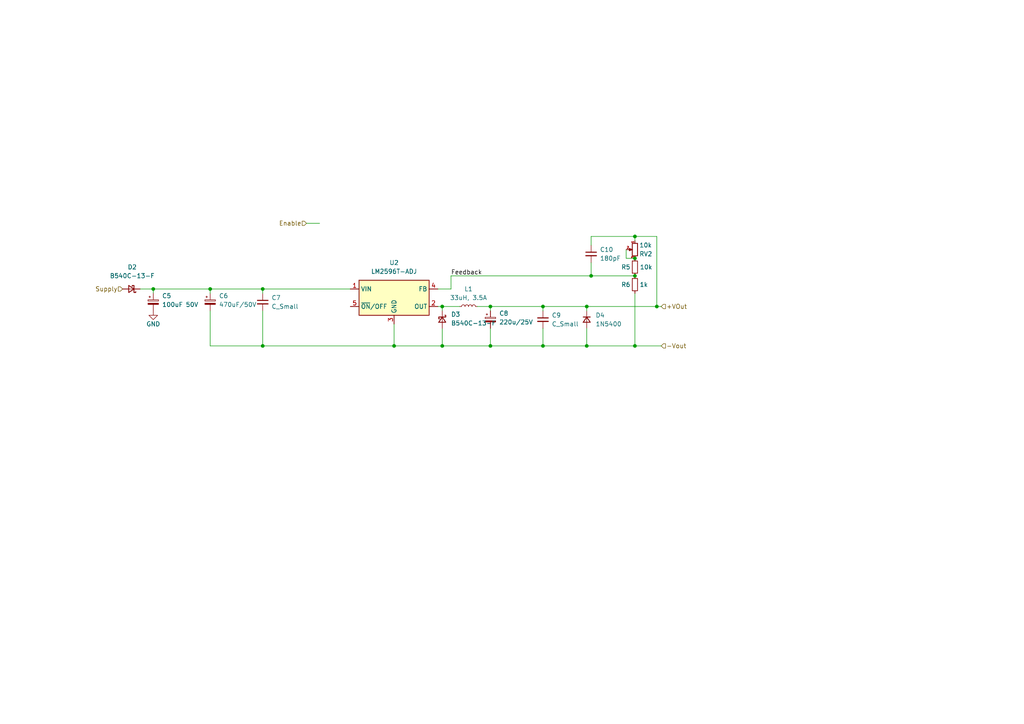
<source format=kicad_sch>
(kicad_sch (version 20211123) (generator eeschema)
  (paper "A4")
  (lib_symbols
    (symbol "Device:C_Polarized_Small" (pin_numbers hide) (pin_names (offset 0.254) hide)
      (property "Reference" "C" (at 0.254 1.778 0))
      (property "Value" "C_Polarized_Small" (at 0.254 -2.032 0))
      (symbol "C_Polarized_Small_0_1"
        (rectangle (start -1.524 -0.3048) (end 1.524 -0.6858) (fill (type outline)))
        (rectangle (start -1.524 0.6858) (end 1.524 0.3048))
        (polyline (pts (xy -1.27 1.524) (xy -0.762 1.524)))
        (polyline (pts (xy -1.016 1.27) (xy -1.016 1.778)))
      )
      (symbol "C_Polarized_Small_1_1"
        (pin passive line (at 0 2.54 270) (length 1.8542) (name "~") (number "1"))
        (pin passive line (at 0 -2.54 90) (length 1.8542) (name "~") (number "2"))
      )
    )
    (symbol "Device:C_Small" (pin_numbers hide) (pin_names (offset 0.254) hide)
      (property "Reference" "C" (at 0.254 1.778 0))
      (property "Value" "C_Small" (at 0.254 -2.032 0))
      (symbol "C_Small_0_1"
        (polyline (pts (xy -1.524 -0.508) (xy 1.524 -0.508)) (stroke (width 0.3302)))
        (polyline (pts (xy -1.524 0.508) (xy 1.524 0.508)) (stroke (width 0.3048)))
      )
      (symbol "C_Small_1_1"
        (pin passive line (at 0 2.54 270) (length 2.032) (name "~") (number "1"))
        (pin passive line (at 0 -2.54 90) (length 2.032) (name "~") (number "2"))
      )
    )
    (symbol "Device:D_Schottky_Small" (pin_numbers hide) (pin_names (offset 0.254) hide)
      (property "Reference" "D" (at -1.27 2.032 0))
      (property "Value" "D_Schottky_Small" (at -7.112 -2.032 0))
      (symbol "D_Schottky_Small_0_1"
        (polyline (pts (xy -0.762 0) (xy 0.762 0)))
        (polyline (pts (xy 0.762 -1.016) (xy -0.762 0) (xy 0.762 1.016) (xy 0.762 -1.016)) (stroke (width 0.254)))
        (polyline (pts (xy -1.27 0.762) (xy -1.27 1.016) (xy -0.762 1.016) (xy -0.762 -1.016) (xy -0.254 -1.016) (xy -0.254 -0.762)) (stroke (width 0.254)))
      )
      (symbol "D_Schottky_Small_1_1"
        (pin passive line (at -2.54 0 0) (length 1.778) (name "K") (number "1"))
        (pin passive line (at 2.54 0 180) (length 1.778) (name "A") (number "2"))
      )
    )
    (symbol "Device:D_Small" (pin_numbers hide) (pin_names (offset 0.254) hide)
      (property "Reference" "D" (at -1.27 2.032 0))
      (property "Value" "D_Small" (at -3.81 -2.032 0))
      (symbol "D_Small_0_1"
        (polyline (pts (xy -0.762 -1.016) (xy -0.762 1.016)) (stroke (width 0.254)))
        (polyline (pts (xy -0.762 0) (xy 0.762 0)))
        (polyline (pts (xy 0.762 -1.016) (xy -0.762 0) (xy 0.762 1.016) (xy 0.762 -1.016)) (stroke (width 0.254)))
      )
      (symbol "D_Small_1_1"
        (pin passive line (at -2.54 0 0) (length 1.778) (name "K") (number "1"))
        (pin passive line (at 2.54 0 180) (length 1.778) (name "A") (number "2"))
      )
    )
    (symbol "Device:L_Small" (pin_numbers hide) (pin_names (offset 0.254) hide)
      (property "Reference" "L" (at 0.762 1.016 0))
      (property "Value" "L_Small" (at 0.762 -1.016 0))
      (symbol "L_Small_0_1"
        (arc (start 0 -2.032) (mid 0.508 -1.524) (end 0 -1.016))
        (arc (start 0 -1.016) (mid 0.508 -0.508) (end 0 0))
        (arc (start 0 0) (mid 0.508 0.508) (end 0 1.016))
        (arc (start 0 1.016) (mid 0.508 1.524) (end 0 2.032))
      )
      (symbol "L_Small_1_1"
        (pin passive line (at 0 2.54 270) (length 0.508) (name "~") (number "1"))
        (pin passive line (at 0 -2.54 90) (length 0.508) (name "~") (number "2"))
      )
    )
    (symbol "Device:R_Potentiometer_Small" (pin_names (offset 1.016) hide)
      (property "Reference" "RV" (at -4.445 0 90))
      (property "Value" "R_Potentiometer_Small" (at -2.54 0 90))
      (symbol "R_Potentiometer_Small_0_1"
        (polyline (pts (xy 0.889 0) (xy 0.635 0) (xy 1.651 0.381) (xy 1.651 -0.381) (xy 0.635 0) (xy 0.889 0)) (fill (type outline)))
        (rectangle (start 0.762 1.8034) (end -0.762 -1.8034) (stroke (width 0.254)))
      )
      (symbol "R_Potentiometer_Small_1_1"
        (pin passive line (at 0 2.54 270) (length 0.635) (name "1") (number "1"))
        (pin passive line (at 2.54 0 180) (length 0.9906) (name "2") (number "2"))
        (pin passive line (at 0 -2.54 90) (length 0.635) (name "3") (number "3"))
      )
    )
    (symbol "Device:R_Small" (pin_numbers hide) (pin_names (offset 0.254) hide)
      (property "Reference" "R" (at 0.762 0.508 0))
      (property "Value" "R_Small" (at 0.762 -1.016 0))
      (symbol "R_Small_0_1"
        (rectangle (start -0.762 1.778) (end 0.762 -1.778) (stroke (width 0.2032)))
      )
      (symbol "R_Small_1_1"
        (pin passive line (at 0 2.54 270) (length 0.762) (name "~") (number "1"))
        (pin passive line (at 0 -2.54 90) (length 0.762) (name "~") (number "2"))
      )
    )
    (symbol "Regulator_Switching:LM2596T-ADJ"
      (property "Reference" "U" (at -10.16 6.35 0))
      (property "Value" "LM2596T-ADJ" (at 0 6.35 0))
      (symbol "LM2596T-ADJ_0_1"
        (rectangle (start -10.16 5.08) (end 10.16 -5.08) (stroke (width 0.254)) (fill (type background)))
      )
      (symbol "LM2596T-ADJ_1_1"
        (pin power_in line (at -12.7 2.54 0) (length 2.54) (name "VIN") (number "1"))
        (pin output line (at 12.7 -2.54 180) (length 2.54) (name "OUT") (number "2"))
        (pin power_in line (at 0 -7.62 90) (length 2.54) (name "GND") (number "3"))
        (pin input line (at 12.7 2.54 180) (length 2.54) (name "FB") (number "4"))
        (pin input line (at -12.7 -2.54 0) (length 2.54) (name "~{ON}/OFF") (number "5"))
      )
    )
    (symbol "power:GND" (power) (pin_names (offset 0))
      (property "Value" "GND" (at 0 -3.81 0))
      (symbol "GND_0_1"
        (polyline (pts (xy 0 0) (xy 0 -1.27) (xy 1.27 -1.27) (xy 0 -2.54) (xy -1.27 -1.27) (xy 0 -1.27)))
      )
      (symbol "GND_1_1"
        (pin power_in line (at 0 0 270) (length 0) hide (name "GND") (number "1"))
      )
    )
  )
  (junction (at 128.27 88.9))
  (junction (at 184.15 80.01))
  (junction (at 157.48 100.33))
  (junction (at 76.2 100.33))
  (junction (at 184.15 100.33))
  (junction (at 171.45 80.01))
  (junction (at 157.48 88.9))
  (junction (at 184.15 68.58))
  (junction (at 170.18 88.9))
  (junction (at 142.24 100.33))
  (junction (at 76.2 83.82))
  (junction (at 190.5 88.9))
  (junction (at 184.15 74.93))
  (junction (at 44.45 83.82))
  (junction (at 128.27 100.33))
  (junction (at 114.3 100.33))
  (junction (at 60.96 83.82))
  (junction (at 142.24 88.9))
  (junction (at 170.18 100.33))
  (wire (pts (xy 128.27 100.33) (xy 142.24 100.33)))
  (wire (pts (xy 60.96 100.33) (xy 76.2 100.33)))
  (wire (pts (xy 171.45 68.58) (xy 184.15 68.58)))
  (wire (pts (xy 157.48 95.25) (xy 157.48 100.33)))
  (wire (pts (xy 170.18 100.33) (xy 184.15 100.33)))
  (wire (pts (xy 142.24 100.33) (xy 142.24 95.25)))
  (wire (pts (xy 127 88.9) (xy 128.27 88.9)))
  (wire (pts (xy 157.48 100.33) (xy 170.18 100.33)))
  (wire (pts (xy 76.2 83.82) (xy 101.6 83.82)))
  (wire (pts (xy 184.15 100.33) (xy 191.77 100.33)))
  (wire (pts (xy 170.18 88.9) (xy 190.5 88.9)))
  (wire (pts (xy 190.5 88.9) (xy 191.77 88.9)))
  (wire (pts (xy 60.96 90.17) (xy 60.96 100.33)))
  (wire (pts (xy 114.3 100.33) (xy 114.3 93.98)))
  (wire (pts (xy 142.24 88.9) (xy 142.24 90.17)))
  (wire (pts (xy 76.2 83.82) (xy 76.2 85.09)))
  (wire (pts (xy 157.48 88.9) (xy 170.18 88.9)))
  (wire (pts (xy 88.9 64.77) (xy 92.71 64.77)))
  (wire (pts (xy 130.81 83.82) (xy 127 83.82)))
  (wire (pts (xy 76.2 90.17) (xy 76.2 100.33)))
  (wire (pts (xy 44.45 83.82) (xy 44.45 85.09)))
  (wire (pts (xy 76.2 100.33) (xy 114.3 100.33)))
  (wire (pts (xy 114.3 100.33) (xy 128.27 100.33)))
  (wire (pts (xy 60.96 83.82) (xy 60.96 85.09)))
  (wire (pts (xy 40.64 83.82) (xy 44.45 83.82)))
  (wire (pts (xy 184.15 80.01) (xy 171.45 80.01)))
  (wire (pts (xy 142.24 88.9) (xy 157.48 88.9)))
  (wire (pts (xy 142.24 100.33) (xy 157.48 100.33)))
  (wire (pts (xy 184.15 69.85) (xy 184.15 68.58)))
  (wire (pts (xy 171.45 80.01) (xy 130.81 80.01)))
  (wire (pts (xy 130.81 80.01) (xy 130.81 83.82)))
  (wire (pts (xy 60.96 83.82) (xy 76.2 83.82)))
  (wire (pts (xy 128.27 88.9) (xy 133.35 88.9)))
  (wire (pts (xy 170.18 95.25) (xy 170.18 100.33)))
  (wire (pts (xy 138.43 88.9) (xy 142.24 88.9)))
  (wire (pts (xy 184.15 74.93) (xy 181.61 74.93)))
  (wire (pts (xy 171.45 76.2) (xy 171.45 80.01)))
  (wire (pts (xy 171.45 71.12) (xy 171.45 68.58)))
  (wire (pts (xy 128.27 100.33) (xy 128.27 95.25)))
  (wire (pts (xy 128.27 88.9) (xy 128.27 90.17)))
  (wire (pts (xy 181.61 74.93) (xy 181.61 72.39)))
  (wire (pts (xy 190.5 68.58) (xy 190.5 88.9)))
  (wire (pts (xy 170.18 88.9) (xy 170.18 90.17)))
  (wire (pts (xy 44.45 83.82) (xy 60.96 83.82)))
  (wire (pts (xy 184.15 68.58) (xy 190.5 68.58)))
  (wire (pts (xy 157.48 88.9) (xy 157.48 90.17)))
  (wire (pts (xy 184.15 85.09) (xy 184.15 100.33)))
  (label "Feedback" (at 130.81 80.01 0))
  (hierarchical_label "+VOut" (shape input) (at 191.77 88.9 0))
  (hierarchical_label "Enable" (shape input) (at 88.9 64.77 180))
  (hierarchical_label "Supply" (shape input) (at 35.56 83.82 180))
  (hierarchical_label "-Vout" (shape input) (at 191.77 100.33 0))
  (symbol (lib_id "Device:C_Polarized_Small") (at 142.24 92.71 0) (unit 1)
    (property "Reference" "C8" (at 144.78 90.8938 0) (effects (justify left)))
    (property "Value" "220u/25V" (at 144.78 93.4338 0) (effects (justify left)))
    (property "Footprint" "Capacitor_THT:CP_Radial_D6.3mm_P2.50mm" (effects hide))
    (property "P/N" "860010473011" (effects hide))
  )
  (symbol (lib_id "Regulator_Switching:LM2596T-ADJ") (at 114.3 86.36 0) (unit 1)
    (property "Reference" "U2" (at 114.3 76.2 0))
    (property "Value" "LM2596T-ADJ" (at 114.3 78.74 0))
    (property "Footprint" "Package_TO_SOT_THT:TO-220-5_P3.4x3.7mm_StaggerOdd_Lead3.8mm_Vertical" (effects hide))
    (property "Datasheet" "http://www.ti.com/lit/ds/symlink/lm2596.pdf" (effects hide))
  )
  (symbol (lib_id "Device:R_Small") (at 184.15 82.55 180) (unit 1)
    (property "Reference" "R6" (at 182.88 82.55 0) (effects (justify left)))
    (property "Value" "1k" (at 187.96 82.55 0) (effects (justify left)))
    (property "Footprint" "Resistor_SMD:R_0805_2012Metric_Pad1.20x1.40mm_HandSolder" (effects hide))
  )
  (symbol (lib_id "Device:C_Polarized_Small") (at 60.96 87.63 0) (unit 1)
    (property "Reference" "C6" (at 63.5 85.8138 0) (effects (justify left)))
    (property "Value" "470uF/50V" (at 63.5 88.3538 0) (effects (justify left)))
    (property "Footprint" "Capacitor_THT:CP_Radial_D12.5mm_P5.00mm" (effects hide))
    (property "P/N" "UBT1H471MHD1TO" (effects hide))
  )
  (symbol (lib_id "Device:D_Schottky_Small") (at 38.1 83.82 180) (unit 1)
    (property "Reference" "D2" (at 38.354 77.47 0))
    (property "Value" "B540C-13-F" (at 38.354 80.01 0))
    (property "Footprint" "Diode_SMD:D_SMC" (effects hide))
  )
  (symbol (lib_id "Device:R_Small") (at 184.15 77.47 180) (unit 1)
    (property "Reference" "R5" (at 182.88 77.47 0) (effects (justify left)))
    (property "Value" "10k" (at 189.23 77.47 0) (effects (justify left)))
    (property "Footprint" "Resistor_SMD:R_0805_2012Metric_Pad1.20x1.40mm_HandSolder" (effects hide))
  )
  (symbol (lib_id "Device:C_Small") (at 171.45 73.66 0) (unit 1)
    (property "Reference" "C10" (at 173.99 72.3962 0) (effects (justify left)))
    (property "Value" "180pF" (at 173.99 74.9362 0) (effects (justify left)))
    (property "Footprint" "Capacitor_SMD:C_0805_2012Metric_Pad1.18x1.45mm_HandSolder" (effects hide))
  )
  (symbol (lib_id "Device:L_Small") (at 135.89 88.9 90) (unit 1)
    (property "Reference" "L1" (at 135.89 83.82 90))
    (property "Value" "33uH, 3.5A" (at 135.89 86.36 90))
    (property "Footprint" "Inductor_SMD:L_Bourns_SRR1260" (effects hide))
    (property "P/N" "SRR1280A-330M" (effects hide))
  )
  (symbol (lib_id "Device:C_Small") (at 157.48 92.71 0) (unit 1)
    (property "Reference" "C9" (at 160.02 91.4462 0) (effects (justify left)))
    (property "Value" "C_Small" (at 160.02 93.9862 0) (effects (justify left)))
    (property "Footprint" "Capacitor_SMD:C_0805_2012Metric_Pad1.18x1.45mm_HandSolder" (effects hide))
  )
  (symbol (lib_id "Device:C_Small") (at 76.2 87.63 0) (unit 1)
    (property "Reference" "C7" (at 78.74 86.3662 0) (effects (justify left)))
    (property "Value" "C_Small" (at 78.74 88.9062 0) (effects (justify left)))
    (property "Footprint" "Capacitor_SMD:C_0805_2012Metric_Pad1.18x1.45mm_HandSolder" (effects hide))
  )
  (symbol (lib_id "Device:D_Schottky_Small") (at 128.27 92.71 270) (unit 1)
    (property "Reference" "D3" (at 130.81 91.1859 90) (effects (justify left)))
    (property "Value" "B540C-13-F" (at 130.81 93.7259 90) (effects (justify left)))
    (property "Footprint" "Diode_SMD:D_SMC" (effects hide))
  )
  (symbol (lib_id "Device:R_Potentiometer_Small") (at 184.15 72.39 0) (mirror y) (unit 1)
    (property "Reference" "RV2" (at 185.42 73.66 0) (effects (justify right)))
    (property "Value" "10k" (at 185.42 71.12 0) (effects (justify right)))
    (property "Footprint" "Potentiometer_SMD:Potentiometer_Vishay_TS53YJ_Vertical" (effects hide))
    (property "P/N" "TS53YJ103MR10" (effects hide))
  )
  (symbol (lib_id "power:GND") (at 44.45 90.17 0) (unit 1)
    (property "Reference" "#PWR015" (effects hide))
    (property "Value" "GND" (at 44.45 93.98 0))
  )
  (symbol (lib_id "Device:C_Polarized_Small") (at 44.45 87.63 0) (unit 1)
    (property "Reference" "C5" (at 46.99 85.8138 0) (effects (justify left)))
    (property "Value" "100uF 50V" (at 46.99 88.3538 0) (effects (justify left)))
    (property "Footprint" "Capacitor_THT:CP_Radial_D8.0mm_P3.50mm" (effects hide))
    (property "P/N" "860010674014" (effects hide))
  )
  (symbol (lib_id "Device:D_Small") (at 170.18 92.71 270) (unit 1)
    (property "Reference" "D4" (at 172.72 91.4399 90) (effects (justify left)))
    (property "Value" "1N5400" (at 172.72 93.9799 90) (effects (justify left)))
    (property "Footprint" "Diode_SMD:D_SMC" (effects hide))
  )
)
</source>
